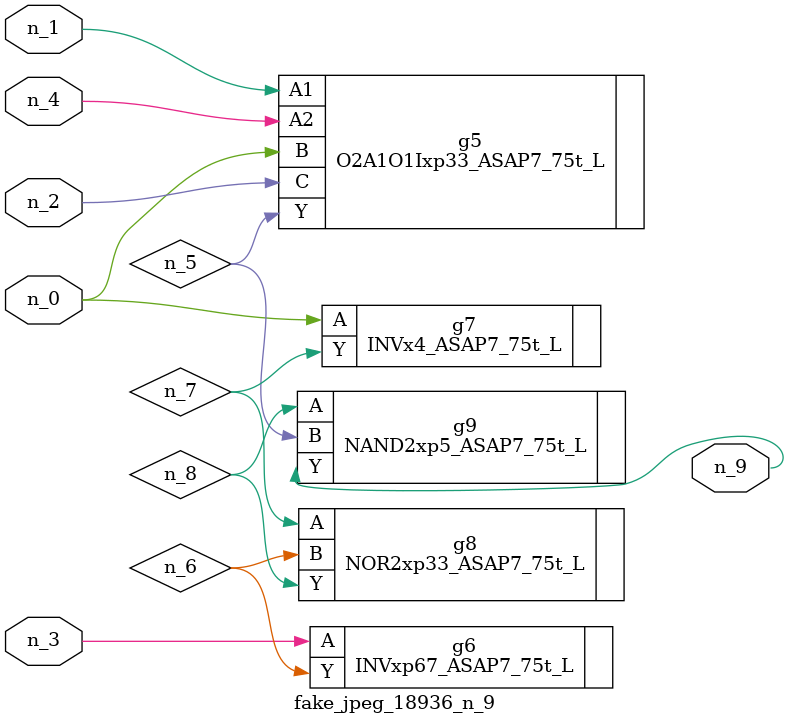
<source format=v>
module fake_jpeg_18936_n_9 (n_3, n_2, n_1, n_0, n_4, n_9);

input n_3;
input n_2;
input n_1;
input n_0;
input n_4;

output n_9;

wire n_8;
wire n_6;
wire n_5;
wire n_7;

O2A1O1Ixp33_ASAP7_75t_L g5 ( 
.A1(n_1),
.A2(n_4),
.B(n_0),
.C(n_2),
.Y(n_5)
);

INVxp67_ASAP7_75t_L g6 ( 
.A(n_3),
.Y(n_6)
);

INVx4_ASAP7_75t_L g7 ( 
.A(n_0),
.Y(n_7)
);

NOR2xp33_ASAP7_75t_L g8 ( 
.A(n_7),
.B(n_6),
.Y(n_8)
);

NAND2xp5_ASAP7_75t_L g9 ( 
.A(n_8),
.B(n_5),
.Y(n_9)
);


endmodule
</source>
